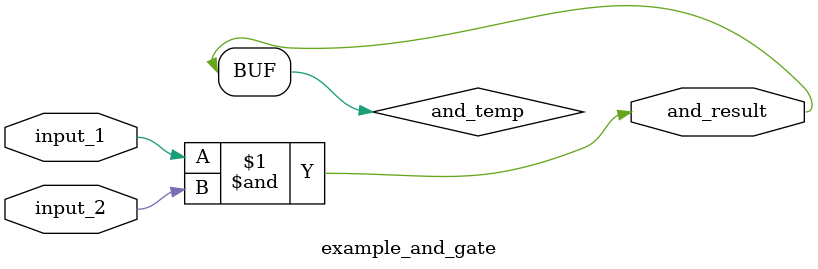
<source format=v>
`timescale 1ns / 1ps


module example_and_gate(
  input input_1,
  input input_2,
  output and_result
);

wire and_temp;
assign and_temp = input_1 & input_2;
assign and_result = and_temp;

endmodule

</source>
